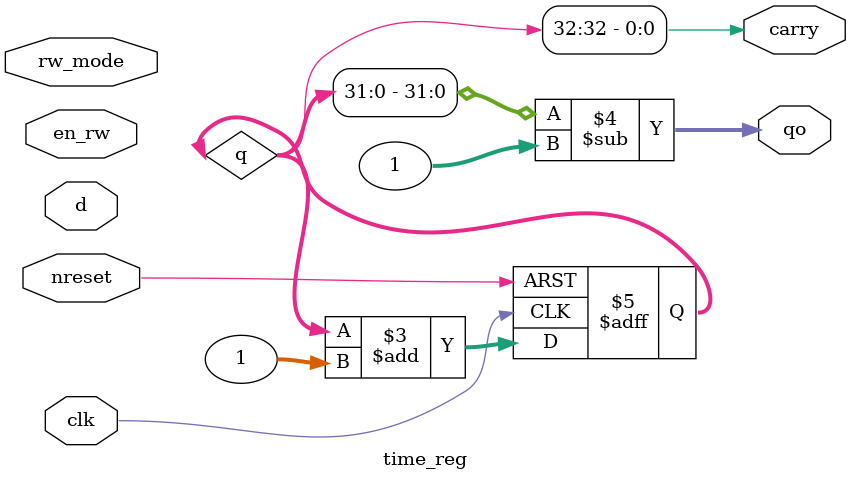
<source format=v>
module time_reg				// Equivalente a cycle_reg
(
 input[31:0] d,
 input clk,
 input nreset,
 input en_rw,
 input [1:0] rw_mode,
 output wire carry,
 output [31:0] qo
 );

	reg[32:0] q;
	assign carry = q[32];
 
	always @(posedge clk, negedge nreset) begin
		if (!nreset) begin
			q <= 1;
		end
		/*else if (rw_mode == 2'b01) begin
			q <= d;									// CSRRW
		end
		else if (rw_mode == 2'b10) begin
			q <= q | d;								// CSRRS
		end
		else if (rw_mode == 2'b11) begin
			q <= q & d;								// CSRRC
		end*/
		else begin
			q <= q + 1;
		end
	end

	assign qo = q[31:0] - 1;


endmodule
</source>
